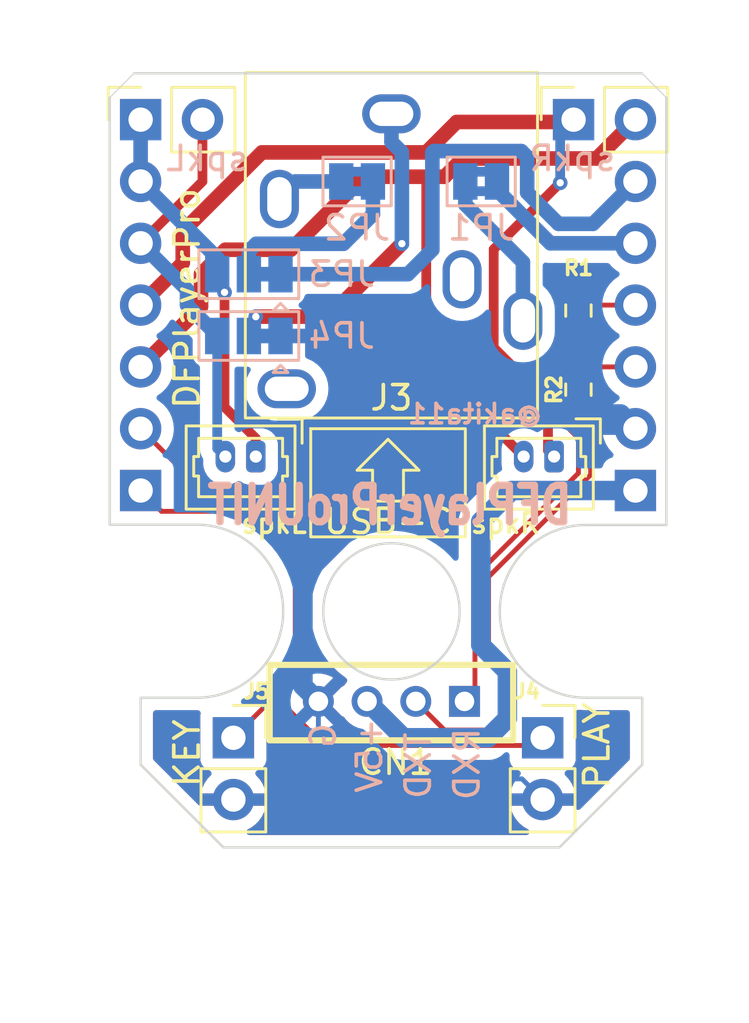
<source format=kicad_pcb>
(kicad_pcb (version 20211014) (generator pcbnew)
  (layers (0 "F.Cu" signal) (31 "B.Cu" signal) (34 "B.Paste" user) (35 "F.Paste" user) (36 "B.SilkS" user "B.Silkscreen") (37 "F.SilkS" user "F.Silkscreen") (38 "B.Mask" user) (39 "F.Mask" user) (44 "Edge.Cuts" user))
  (net 0 "")
  (net 1 "+5V")
  (net 2 "GND")
  (net 3 "/TXO")
  (net 4 "/RXI")
  (net 5 "/DACR")
  (net 6 "/DACL")
  (net 7 "/KEY")
  (net 8 "/PLAY")
  (net 9 "/R+")
  (net 10 "/L-")
  (net 11 "/L+")
  (net 14 "/R-")
  (net 15 "Net-(CN1-Pad1)")
  (net 16 "Net-(J3-PadS)")
  (net 17 "Net-(J3-PadT)")
  (net 18 "Net-(JP2-Pad1)")
  (net 19 "Net-(CN1-Pad2)")
  (net 20 "Net-(JP4-Pad2)")
  (footprint "Connector_PinSocket_2.54mm:PinSocket_1x02_P2.54mm_Vertical" (layer "F.Cu") (at 17.78 27.305)
    (fp_text reference "J4" (at -0.635 -1.905) (layer "F.SilkS") (effects (font (size 0.6 0.6))))
    (fp_text value "Conn_01x02")
    (fp_line (start 1.33 1.27) (end 1.33 3.87) (layer "F.SilkS") (width 0.12))
    (fp_line (start 1.33 -1.33) (end 1.33 0) (layer "F.SilkS") (width 0.12))
    (fp_line (start -1.33 1.27) (end -1.33 3.87) (layer "F.SilkS") (width 0.12))
    (fp_line (start 0 -1.33) (end 1.33 -1.33) (layer "F.SilkS") (width 0.12))
    (fp_line (start -1.33 3.87) (end 1.33 3.87) (layer "F.SilkS") (width 0.12))
    (fp_line (start -1.33 1.27) (end 1.33 1.27) (layer "F.SilkS") (width 0.12))
    (pad "1" thru_hole rect locked (at 0 0) (size 1.7 1.7) (drill 1) (layers *.Cu *.Mask) (net 8 "/PLAY"))
    (pad "2" thru_hole oval locked (at 0 2.54) (size 1.7 1.7) (drill 1) (layers *.Cu *.Mask) (net 2 "GND"))
  )
  (footprint "Connector_Molex:Molex_PicoBlade_53047-0210_1x02_P1.25mm_Vertical" (layer "F.Cu") (at 18.25 15.75 180)
    (fp_text reference "J9" hide)
    (fp_text value "Conn_01x02")
    (fp_line (start 2.35 0.75) (end 2.35 0) (layer "F.SilkS") (width 0.12))
    (fp_line (start -1.3 0) (end -1.3 -0.8) (layer "F.SilkS") (width 0.12))
    (fp_line (start 0.625 0.75) (end 2.35 0.75) (layer "F.SilkS") (width 0.12))
    (fp_line (start -1.1 0.75) (end -1.1 0) (layer "F.SilkS") (width 0.12))
    (fp_line (start -1.9 1.55) (end -0.9 1.55) (layer "F.SilkS") (width 0.12))
    (fp_line (start 2.35 0) (end 2.55 0) (layer "F.SilkS") (width 0.12))
    (fp_line (start 0.625 0.75) (end -1.1 0.75) (layer "F.SilkS") (width 0.12))
    (fp_line (start -1.1 0) (end -1.3 0) (layer "F.SilkS") (width 0.12))
    (fp_line (start -1.61 -2.16) (end -1.61 1.26) (layer "F.SilkS") (width 0.12))
    (fp_line (start -1.1 -1.65) (end 0.625 -1.65) (layer "F.SilkS") (width 0.12))
    (fp_line (start -1.3 -0.8) (end -1.1 -0.8) (layer "F.SilkS") (width 0.12))
    (fp_line (start 2.86 1.26) (end 2.86 -2.16) (layer "F.SilkS") (width 0.12))
    (fp_line (start -1.61 1.26) (end 2.86 1.26) (layer "F.SilkS") (width 0.12))
    (fp_line (start 2.35 -1.65) (end 0.625 -1.65) (layer "F.SilkS") (width 0.12))
    (fp_line (start 2.86 -2.16) (end -1.61 -2.16) (layer "F.SilkS") (width 0.12))
    (fp_line (start -1.9 1.55) (end -1.9 0.55) (layer "F.SilkS") (width 0.12))
    (fp_line (start 2.35 -0.8) (end 2.35 -1.65) (layer "F.SilkS") (width 0.12))
    (fp_line (start 2.55 -0.8) (end 2.35 -0.8) (layer "F.SilkS") (width 0.12))
    (fp_line (start 2.55 0) (end 2.55 -0.8) (layer "F.SilkS") (width 0.12))
    (fp_line (start -1.1 -0.8) (end -1.1 -1.65) (layer "F.SilkS") (width 0.12))
    (pad "1" thru_hole roundrect (at 0 0 180) (size 0.8 1.3) (drill 0.5) (layers *.Cu *.Mask) (net 9 "/R+"))
    (pad "2" thru_hole oval (at 1.25 0 180) (size 0.8 1.3) (drill 0.5) (layers *.Cu *.Mask) (net 14 "/R-"))
  )
  (footprint "Connector_PinSocket_2.54mm:PinSocket_1x06_P2.54mm_Vertical" (layer "F.Cu") (at 1.27 17.145 180)
    (fp_text reference "J2" hide)
    (fp_text value "Conn_01x06")
    (pad "1" thru_hole rect (at 0 0 180) (size 1.7 1.7) (drill 1) (layers *.Cu *.Mask) (net 7 "/KEY"))
    (pad "2" thru_hole oval (at 0 2.54 180) (size 1.7 1.7) (drill 1) (layers *.Cu *.Mask) (net 8 "/PLAY"))
    (pad "3" thru_hole oval (at 0 5.08 180) (size 1.7 1.7) (drill 1) (layers *.Cu *.Mask) (net 14 "/R-"))
    (pad "4" thru_hole oval (at 0 7.62 180) (size 1.7 1.7) (drill 1) (layers *.Cu *.Mask) (net 9 "/R+"))
    (pad "5" thru_hole oval (at 0 10.16 180) (size 1.7 1.7) (drill 1) (layers *.Cu *.Mask) (net 10 "/L-"))
    (pad "6" thru_hole oval (at 0 12.7 180) (size 1.7 1.7) (drill 1) (layers *.Cu *.Mask) (net 11 "/L+"))
  )
  (footprint "akita:CON_GROVE_H" (layer "F.Cu") (at 11.57 25.81 180)
    (fp_text reference "CN1" (at -1.765 -3.0825) (layer "F.SilkS") (effects (justify right bottom)))
    (fp_text value "CON_GROVE")
    (fp_line (start -5 -1.6) (end -5 1.5) (layer "F.SilkS") (width 0.254))
    (fp_line (start 5 1.5) (end 5 -1.6) (layer "F.SilkS") (width 0.254))
    (fp_line (start -5 -1) (end -5 1) (layer "F.SilkS") (width 0.127))
    (fp_line (start -5 1.5) (end 5 1.5) (layer "F.SilkS") (width 0.254))
    (fp_line (start -5 -1.6) (end 5 -1.6) (layer "F.SilkS") (width 0.254))
    (pad "1" thru_hole rect (at -3 0 180) (size 1.27 1.27) (drill 0.8) (layers *.Cu *.Mask) (net 15 "Net-(CN1-Pad1)"))
    (pad "2" thru_hole circle (at -1 0 180) (size 1.27 1.27) (drill 0.8) (layers *.Cu *.Mask) (net 19 "Net-(CN1-Pad2)"))
    (pad "3" thru_hole circle (at 1 0 180) (size 1.27 1.27) (drill 0.8) (layers *.Cu *.Mask) (net 1 "+5V"))
    (pad "4" thru_hole circle (at 3 0 180) (size 1.27 1.27) (drill 0.8) (layers *.Cu *.Mask) (net 2 "GND"))
  )
  (footprint "Connector_PinSocket_2.54mm:PinSocket_1x02_P2.54mm_Vertical" (layer "F.Cu") (at 1.27 1.905 90)
    (fp_text reference "J6" hide)
    (fp_text value "Conn_01x02")
    (fp_line (start 1.33 1.27) (end 1.33 3.87) (layer "F.SilkS") (width 0.12))
    (fp_line (start -1.33 3.87) (end 1.33 3.87) (layer "F.SilkS") (width 0.12))
    (fp_line (start -1.33 1.27) (end -1.33 3.87) (layer "F.SilkS") (width 0.12))
    (fp_line (start -1.33 1.27) (end 1.33 1.27) (layer "F.SilkS") (width 0.12))
    (fp_line (start 1.33 -1.33) (end 1.33 0) (layer "F.SilkS") (width 0.12))
    (fp_line (start 0 -1.33) (end 1.33 -1.33) (layer "F.SilkS") (width 0.12))
    (pad "1" thru_hole rect locked (at 0 0 90) (size 1.7 1.7) (drill 1) (layers *.Cu *.Mask) (net 11 "/L+"))
    (pad "2" thru_hole oval locked (at 0 2.54 90) (size 1.7 1.7) (drill 1) (layers *.Cu *.Mask) (net 10 "/L-"))
  )
  (footprint "akita:CON_AJ-1780" (layer "F.Cu") (at 11.57 7.065 -90)
    (fp_text reference "J3" (at 6.27 0 unlocked) (layer "F.SilkS"))
    (fp_text value "AudioJack2_Ground_Switch")
    (fp_rect (start -7.1 -6) (end 7.1 6) (layer "F.SilkS") (width 0.12) (fill none))
    (pad "G" thru_hole oval (at -5.4 0) (size 2.4 1.6) (drill oval 1.8 1) (layers *.Cu *.Mask) (net 20 "Net-(JP4-Pad2)"))
    (pad "S" thru_hole oval (at 3.1 -5.4 270) (size 2.4 1.6) (drill oval 1.8 1) (layers *.Cu *.Mask) (net 16 "Net-(J3-PadS)"))
    (pad "SN" thru_hole oval (at 1.4 -2.9 270) (size 2.4 1.6) (drill oval 1.8 1) (layers *.Cu *.Mask))
    (pad "T" thru_hole oval (at -1.9 4.6 270) (size 2.4 1.6) (drill oval 1.8 1) (layers *.Cu *.Mask) (net 17 "Net-(J3-PadT)"))
    (pad "TN" thru_hole oval (at 5.9 4.3 180) (size 2.4 1.6) (drill oval 1.8 1) (layers *.Cu *.Mask))
  )
  (footprint "Resistor_SMD:R_0603_1608Metric" (layer "F.Cu") (at 19.25 9.75 90)
    (fp_text reference "R1" (at 1.75 0 180) (layer "F.SilkS") (effects (font (size 0.6 0.6))))
    (fp_text value "1k")
    (fp_line (start -0.237258 0.5225) (end 0.237258 0.5225) (layer "F.SilkS") (width 0.12))
    (fp_line (start -0.237258 -0.5225) (end 0.237258 -0.5225) (layer "F.SilkS") (width 0.12))
    (pad "1" smd roundrect (at -0.825 0 90) (size 0.8 0.95) (layers "F.Cu" "F.Paste" "F.Mask") (net 15 "Net-(CN1-Pad1)"))
    (pad "2" smd roundrect (at 0.825 0 90) (size 0.8 0.95) (layers "F.Cu" "F.Paste" "F.Mask") (net 3 "/TXO"))
  )
  (footprint "Connector_PinSocket_2.54mm:PinSocket_1x06_P2.54mm_Vertical" (layer "F.Cu") (at 21.59 17.145 180)
    (fp_text reference "J1" hide)
    (fp_text value "Conn_01x06")
    (pad "1" thru_hole rect (at 0 0 180) (size 1.7 1.7) (drill 1) (layers *.Cu *.Mask) (net 1 "+5V"))
    (pad "2" thru_hole oval (at 0 2.54 180) (size 1.7 1.7) (drill 1) (layers *.Cu *.Mask) (net 2 "GND"))
    (pad "3" thru_hole oval (at 0 5.08 180) (size 1.7 1.7) (drill 1) (layers *.Cu *.Mask) (net 4 "/RXI"))
    (pad "4" thru_hole oval (at 0 7.62 180) (size 1.7 1.7) (drill 1) (layers *.Cu *.Mask) (net 3 "/TXO"))
    (pad "5" thru_hole oval (at 0 10.16 180) (size 1.7 1.7) (drill 1) (layers *.Cu *.Mask) (net 5 "/DACR"))
    (pad "6" thru_hole oval (at 0 12.7 180) (size 1.7 1.7) (drill 1) (layers *.Cu *.Mask) (net 6 "/DACL"))
  )
  (footprint "Connector_PinSocket_2.54mm:PinSocket_1x02_P2.54mm_Vertical" (layer "F.Cu") (at 5.08 27.305)
    (fp_text reference "J5" (at 0.9525 -1.905) (layer "F.SilkS") (effects (font (size 0.6 0.6))))
    (fp_text value "Conn_01x02")
    (fp_line (start -1.33 1.27) (end 1.33 1.27) (layer "F.SilkS") (width 0.12))
    (fp_line (start 1.33 1.27) (end 1.33 3.87) (layer "F.SilkS") (width 0.12))
    (fp_line (start 1.33 -1.33) (end 1.33 0) (layer "F.SilkS") (width 0.12))
    (fp_line (start 0 -1.33) (end 1.33 -1.33) (layer "F.SilkS") (width 0.12))
    (fp_line (start -1.33 1.27) (end -1.33 3.87) (layer "F.SilkS") (width 0.12))
    (fp_line (start -1.33 3.87) (end 1.33 3.87) (layer "F.SilkS") (width 0.12))
    (pad "1" thru_hole rect locked (at 0 0) (size 1.7 1.7) (drill 1) (layers *.Cu *.Mask) (net 7 "/KEY"))
    (pad "2" thru_hole oval locked (at 0 2.54) (size 1.7 1.7) (drill 1) (layers *.Cu *.Mask) (net 2 "GND"))
  )
  (footprint "Resistor_SMD:R_0603_1608Metric" (layer "F.Cu") (at 19.25 13 90)
    (fp_text reference "R2" (at 0 -1 270) (layer "F.SilkS") (effects (font (size 0.6 0.6))))
    (fp_text value "1k")
    (fp_line (start -0.237258 0.5225) (end 0.237258 0.5225) (layer "F.SilkS") (width 0.12))
    (fp_line (start -0.237258 -0.5225) (end 0.237258 -0.5225) (layer "F.SilkS") (width 0.12))
    (pad "1" smd roundrect (at -0.825 0 90) (size 0.8 0.95) (layers "F.Cu" "F.Paste" "F.Mask") (net 19 "Net-(CN1-Pad2)"))
    (pad "2" smd roundrect (at 0.825 0 90) (size 0.8 0.95) (layers "F.Cu" "F.Paste" "F.Mask") (net 4 "/RXI"))
  )
  (footprint "Connector_PinSocket_2.54mm:PinSocket_1x02_P2.54mm_Vertical" (layer "F.Cu") (at 19.05 1.905 90)
    (fp_text reference "J7" hide)
    (fp_text value "Conn_01x02")
    (fp_line (start -1.33 1.27) (end -1.33 3.87) (layer "F.SilkS") (width 0.12))
    (fp_line (start 1.33 -1.33) (end 1.33 0) (layer "F.SilkS") (width 0.12))
    (fp_line (start 0 -1.33) (end 1.33 -1.33) (layer "F.SilkS") (width 0.12))
    (fp_line (start 1.33 1.27) (end 1.33 3.87) (layer "F.SilkS") (width 0.12))
    (fp_line (start -1.33 1.27) (end 1.33 1.27) (layer "F.SilkS") (width 0.12))
    (fp_line (start -1.33 3.87) (end 1.33 3.87) (layer "F.SilkS") (width 0.12))
    (pad "1" thru_hole rect locked (at 0 0 90) (size 1.7 1.7) (drill 1) (layers *.Cu *.Mask) (net 9 "/R+"))
    (pad "2" thru_hole oval locked (at 0 2.54 90) (size 1.7 1.7) (drill 1) (layers *.Cu *.Mask) (net 14 "/R-"))
  )
  (footprint "Connector_Molex:Molex_PicoBlade_53047-0210_1x02_P1.25mm_Vertical" (layer "F.Cu") (at 6 15.75 180)
    (fp_text reference "J8" hide)
    (fp_text value "Conn_01x02")
    (fp_line (start -1.9 1.55) (end -1.9 0.55) (layer "F.SilkS") (width 0.12))
    (fp_line (start -1.3 -0.8) (end -1.1 -0.8) (layer "F.SilkS") (width 0.12))
    (fp_line (start 0.625 0.75) (end -1.1 0.75) (layer "F.SilkS") (width 0.12))
    (fp_line (start -1.1 -1.65) (end 0.625 -1.65) (layer "F.SilkS") (width 0.12))
    (fp_line (start 2.35 -1.65) (end 0.625 -1.65) (layer "F.SilkS") (width 0.12))
    (fp_line (start 2.86 -2.16) (end -1.61 -2.16) (layer "F.SilkS") (width 0.12))
    (fp_line (start 2.35 0) (end 2.55 0) (layer "F.SilkS") (width 0.12))
    (fp_line (start 0.625 0.75) (end 2.35 0.75) (layer "F.SilkS") (width 0.12))
    (fp_line (start 2.55 0) (end 2.55 -0.8) (layer "F.SilkS") (width 0.12))
    (fp_line (start -1.1 -0.8) (end -1.1 -1.65) (layer "F.SilkS") (width 0.12))
    (fp_line (start -1.3 0) (end -1.3 -0.8) (layer "F.SilkS") (width 0.12))
    (fp_line (start 2.55 -0.8) (end 2.35 -0.8) (layer "F.SilkS") (width 0.12))
    (fp_line (start -1.61 1.26) (end 2.86 1.26) (layer "F.SilkS") (width 0.12))
    (fp_line (start -1.61 -2.16) (end -1.61 1.26) (layer "F.SilkS") (width 0.12))
    (fp_line (start 2.35 0.75) (end 2.35 0) (layer "F.SilkS") (width 0.12))
    (fp_line (start -1.9 1.55) (end -0.9 1.55) (layer "F.SilkS") (width 0.12))
    (fp_line (start 2.35 -0.8) (end 2.35 -1.65) (layer "F.SilkS") (width 0.12))
    (fp_line (start -1.1 0.75) (end -1.1 0) (layer "F.SilkS") (width 0.12))
    (fp_line (start -1.1 0) (end -1.3 0) (layer "F.SilkS") (width 0.12))
    (fp_line (start 2.86 1.26) (end 2.86 -2.16) (layer "F.SilkS") (width 0.12))
    (pad "1" thru_hole roundrect (at 0 0 180) (size 0.8 1.3) (drill 0.5) (layers *.Cu *.Mask) (net 11 "/L+"))
    (pad "2" thru_hole oval (at 1.25 0 180) (size 0.8 1.3) (drill 0.5) (layers *.Cu *.Mask) (net 10 "/L-"))
  )
  (footprint "Jumper:SolderJumper-2_P1.3mm_Bridged2Bar_Pad1.0x1.5mm" (layer "B.Cu") (at 10.16 4.445 180)
    (fp_text reference "JP2" (at 0 -1.905) (layer "B.SilkS") (effects (justify mirror)))
    (fp_text value "Jumper_2_Bridged")
    (fp_poly (pts (xy -0.25 -0.2) (xy 0.25 -0.2) (xy 0.25 -0.6) (xy -0.25 -0.6)) (layer "B.Cu") (width 0) (fill solid))
    (fp_poly (pts (xy -0.25 0.6) (xy 0.25 0.6) (xy 0.25 0.2) (xy -0.25 0.2)) (layer "B.Cu") (width 0) (fill solid))
    (fp_line (start -1.4 1) (end 1.4 1) (layer "B.SilkS") (width 0.12))
    (fp_line (start -1.4 -1) (end -1.4 1) (layer "B.SilkS") (width 0.12))
    (fp_line (start 1.4 -1) (end -1.4 -1) (layer "B.SilkS") (width 0.12))
    (fp_line (start 1.4 1) (end 1.4 -1) (layer "B.SilkS") (width 0.12))
    (pad "1" smd rect locked (at -0.65 0 180) (size 1 1.5) (layers "B.Cu" "B.Mask") (net 18 "Net-(JP2-Pad1)"))
    (pad "2" smd rect locked (at 0.65 0 180) (size 1 1.5) (layers "B.Cu" "B.Mask") (net 17 "Net-(J3-PadT)"))
  )
  (footprint "Jumper:SolderJumper-3_P1.3mm_Bridged12_Pad1.0x1.5mm" (layer "B.Cu") (at 5.715 8.255 180)
    (fp_text reference "JP3" (at -3.81 0) (layer "B.SilkS") (effects (justify mirror)))
    (fp_text value "SolderJumper_3_Bridged12")
    (fp_poly (pts (xy -0.9 0.3) (xy -0.4 0.3) (xy -0.4 -0.3) (xy -0.9 -0.3)) (layer "B.Cu") (width 0) (fill solid))
    (fp_line (start 2.05 -1) (end -2.05 -1) (layer "B.SilkS") (width 0.12))
    (fp_line (start -1.3 -1.2) (end -1.6 -1.5) (layer "B.SilkS") (width 0.12))
    (fp_line (start -2.05 1) (end 2.05 1) (layer "B.SilkS") (width 0.12))
    (fp_line (start -1.3 -1.2) (end -1 -1.5) (layer "B.SilkS") (width 0.12))
    (fp_line (start -1.6 -1.5) (end -1 -1.5) (layer "B.SilkS") (width 0.12))
    (fp_line (start 2.05 1) (end 2.05 -1) (layer "B.SilkS") (width 0.12))
    (fp_line (start -2.05 -1) (end -2.05 1) (layer "B.SilkS") (width 0.12))
    (pad "1" smd rect locked (at -1.3 0 180) (size 1 1.5) (layers "B.Cu" "B.Mask") (net 6 "/DACL"))
    (pad "2" smd rect locked (at 0 0 180) (size 1 1.5) (layers "B.Cu" "B.Mask") (net 18 "Net-(JP2-Pad1)"))
    (pad "3" smd rect locked (at 1.3 0 180) (size 1 1.5) (layers "B.Cu" "B.Mask") (net 11 "/L+"))
  )
  (footprint "Jumper:SolderJumper-2_P1.3mm_Bridged2Bar_Pad1.0x1.5mm" (layer "B.Cu") (at 15.255 4.445 180)
    (fp_text reference "JP1" (at 0 -1.905) (layer "B.SilkS") (effects (justify mirror)))
    (fp_text value "Jumper_2_Bridged")
    (fp_poly (pts (xy -0.25 0.6) (xy 0.25 0.6) (xy 0.25 0.2) (xy -0.25 0.2)) (layer "B.Cu") (width 0) (fill solid))
    (fp_poly (pts (xy -0.25 -0.2) (xy 0.25 -0.2) (xy 0.25 -0.6) (xy -0.25 -0.6)) (layer "B.Cu") (width 0) (fill solid))
    (fp_line (start -1.4 1) (end 1.4 1) (layer "B.SilkS") (width 0.12))
    (fp_line (start 1.4 1) (end 1.4 -1) (layer "B.SilkS") (width 0.12))
    (fp_line (start 1.4 -1) (end -1.4 -1) (layer "B.SilkS") (width 0.12))
    (fp_line (start -1.4 -1) (end -1.4 1) (layer "B.SilkS") (width 0.12))
    (pad "1" smd rect locked (at -0.65 0 180) (size 1 1.5) (layers "B.Cu" "B.Mask") (net 5 "/DACR"))
    (pad "2" smd rect locked (at 0.65 0 180) (size 1 1.5) (layers "B.Cu" "B.Mask") (net 16 "Net-(J3-PadS)"))
  )
  (footprint "Jumper:SolderJumper-3_P1.3mm_Bridged12_Pad1.0x1.5mm" (layer "B.Cu") (at 5.715 10.795 180)
    (fp_text reference "JP4" (at -3.81 0) (layer "B.SilkS") (effects (justify mirror)))
    (fp_text value "SolderJumper_3_Bridged12")
    (fp_poly (pts (xy -0.9 0.3) (xy -0.4 0.3) (xy -0.4 -0.3) (xy -0.9 -0.3)) (layer "B.Cu") (width 0) (fill solid))
    (fp_line (start 2.05 1) (end 2.05 -1) (layer "B.SilkS") (width 0.12))
    (fp_line (start -2.05 1) (end 2.05 1) (layer "B.SilkS") (width 0.12))
    (fp_line (start -1.3 -1.2) (end -1 -1.5) (layer "B.SilkS") (width 0.12))
    (fp_line (start -1.3 -1.2) (end -1.6 -1.5) (layer "B.SilkS") (width 0.12))
    (fp_line (start -1.6 -1.5) (end -1 -1.5) (layer "B.SilkS") (width 0.12))
    (fp_line (start 2.05 -1) (end -2.05 -1) (layer "B.SilkS") (width 0.12))
    (fp_line (start -2.05 -1) (end -2.05 1) (layer "B.SilkS") (width 0.12))
    (pad "1" smd rect locked (at -1.3 0 180) (size 1 1.5) (layers "B.Cu" "B.Mask") (net 2 "GND"))
    (pad "2" smd rect locked (at 0 0 180) (size 1 1.5) (layers "B.Cu" "B.Mask") (net 20 "Net-(JP4-Pad2)"))
    (pad "3" smd rect locked (at 1.3 0 180) (size 1 1.5) (layers "B.Cu" "B.Mask") (net 10 "/L-"))
  )
  (gr_line (start 12.7 16.31) (end 12.065 16.31) (layer "F.SilkS") (width 0.12))
  (gr_line (start 12.065 17.58) (end 12.065 16.31) (layer "F.SilkS") (width 0.12))
  (gr_line (start 10.795 17.58) (end 12.065 17.58) (layer "F.SilkS") (width 0.12))
  (gr_line (start 10.795 16.31) (end 10.16 16.31) (layer "F.SilkS") (width 0.12))
  (gr_line (start 10.795 16.31) (end 10.795 17.58) (layer "F.SilkS") (width 0.12))
  (gr_line (start 10.16 16.31) (end 11.43 15.04) (layer "F.SilkS") (width 0.12))
  (gr_line (start 11.43 15.04) (end 12.7 16.31) (layer "F.SilkS") (width 0.12))
  (gr_rect (start 8.255 14.605) (end 14.605 19.05) (layer "F.SilkS") (width 0.12) (fill none))
  (gr_line (start 1.27 28.41) (end 1.27 25.66) (layer "Edge.Cuts") (width 0.1))
  (gr_line (start 0 18.55) (end 3.57 18.55) (layer "Edge.Cuts") (width 0.1))
  (gr_line (start 21.87 25.66) (end 21.87 28.41) (layer "Edge.Cuts") (width 0.1))
  (gr_line (start 1 0) (end 21.86 0) (layer "Edge.Cuts") (width 0.1))
  (gr_line (start 0 18.55) (end 0 1) (layer "Edge.Cuts") (width 0.1))
  (gr_line (start 1.27 28.41) (end 4.67 31.81) (layer "Edge.Cuts") (width 0.1))
  (gr_line (start 4.67 31.81) (end 18.47 31.81) (layer "Edge.Cuts") (width 0.1))
  (gr_arc (start 3.57 18.55) (mid 7.125 22.105) (end 3.57 25.66) (layer "Edge.Cuts") (width 0.1))
  (gr_line (start 1.27 25.66) (end 3.57 25.66) (layer "Edge.Cuts") (width 0.1))
  (gr_circle (center 11.57 22.11) (end 14.37 22.11) (layer "Edge.Cuts") (width 0.1) (fill none))
  (gr_line (start 19.57 25.66) (end 21.87 25.66) (layer "Edge.Cuts") (width 0.1))
  (gr_line (start 0 1) (end 1 0) (layer "Edge.Cuts") (width 0.05))
  (gr_line (start 19.57 18.56) (end 22.86 18.56) (layer "Edge.Cuts") (width 0.1))
  (gr_line (start 22.86 18.57) (end 22.86 1) (layer "Edge.Cuts") (width 0.1))
  (gr_line (start 18.47 31.81) (end 21.87 28.41) (layer "Edge.Cuts") (width 0.1))
  (gr_arc (start 19.57 25.66) (mid 16.02 22.11) (end 19.57 18.56) (layer "Edge.Cuts") (width 0.1))
  (gr_line (start 22.86 1) (end 21.86 0) (layer "Edge.Cuts") (width 0.05))
  (gr_text "G" (at 8.77 26.61 90) (layer "B.SilkS") (effects (font (size 1 1)) (justify left mirror)))
  (gr_text "TXD" (at 12.67 27 90) (layer "B.SilkS") (effects (font (size 1 1)) (justify left mirror)))
  (gr_text "DFPlayerProUNIT" (at 11.5 17.75) (layer "B.SilkS") (effects (font (size 1.5 1.2) (thickness 0.3)) (justify mirror)))
  (gr_text "@akita11" (at 15 14) (layer "B.SilkS") (effects (font (size 0.8 0.8)) (justify mirror)))
  (gr_text "+5V" (at 10.67 26.41 90) (layer "B.SilkS") (effects (font (size 1 1)) (justify left mirror)))
  (gr_text "spkL" (at 4 3.5) (layer "B.SilkS") (effects (font (size 1 1)) (justify mirror)))
  (gr_text "RXD" (at 14.67 26.81 90) (layer "B.SilkS") (effects (font (size 1 1)) (justify left mirror)))
  (gr_text "spkR" (at 19 3.5) (layer "B.SilkS") (effects (font (size 1 1)) (justify mirror)))
  (gr_text "KEY\n" (at 3.175 27.94 90) (layer "F.SilkS") (effects (font (size 1 1))))
  (gr_text "spkR" (at 16.25 18.5) (layer "F.SilkS") (effects (font (size 0.8 0.8))))
  (gr_text "DFPlayerPro" (at 3.175 9.25 90) (layer "F.SilkS") (effects (font (size 1 1))))
  (gr_text "PLAY" (at 20.0025 27.6225 90) (layer "F.SilkS") (effects (font (size 1 1))))
  (gr_text "USB-C" (at 11.43 18.415) (layer "F.SilkS") (effects (font (size 1 1))))
  (gr_text "spkL" (at 6.75 18.5) (layer "F.SilkS") (effects (font (size 0.8 0.8))))
  (segment (start 16.51 17.145) (end 21.59 17.145) (width 0.8) (layer "B.Cu") (net 1))
  (segment (start 15.24 23.495) (end 15.24 18.415) (width 0.8) (layer "B.Cu") (net 1))
  (segment (start 12.065 27.305) (end 15.544022 27.305) (width 0.8) (layer "B.Cu") (net 1))
  (segment (start 10.57 25.81) (end 12.065 27.305) (width 0.8) (layer "B.Cu") (net 1))
  (segment (start 15.24 18.415) (end 16.51 17.145) (width 0.8) (layer "B.Cu") (net 1))
  (segment (start 16.330489 26.518533) (end 16.330489 24.585489) (width 0.8) (layer "B.Cu") (net 1))
  (segment (start 16.330489 24.585489) (end 15.24 23.495) (width 0.8) (layer "B.Cu") (net 1))
  (segment (start 15.544022 27.305) (end 16.330489 26.518533) (width 0.8) (layer "B.Cu") (net 1))
  (segment (start 17.78 29.845) (end 16.93 28.995) (width 0.2) (layer "B.Cu") (net 2))
  (segment (start 11.755 28.995) (end 8.57 25.81) (width 0.2) (layer "B.Cu") (net 2))
  (segment (start 8.57 27.9425) (end 8.57 25.81) (width 0.2) (layer "B.Cu") (net 2))
  (segment (start 7.935 25.175) (end 7.935 20.64) (width 0.8) (layer "B.Cu") (net 2))
  (segment (start 16.93 28.995) (end 11.755 28.995) (width 0.2) (layer "B.Cu") (net 2))
  (segment (start 14.575 14) (end 20.985 14) (width 0.8) (layer "B.Cu") (net 2))
  (segment (start 7.015 10.795) (end 10.16 10.795) (width 0.6) (layer "B.Cu") (net 2))
  (segment (start 8.57 25.81) (end 7.935 25.175) (width 0.8) (layer "B.Cu") (net 2))
  (segment (start 7.935 20.64) (end 13.97 14.605) (width 0.8) (layer "B.Cu") (net 2))
  (segment (start 6.6675 29.845) (end 8.57 27.9425) (width 0.2) (layer "B.Cu") (net 2))
  (segment (start 13.97 14.605) (end 14.575 14) (width 0.8) (layer "B.Cu") (net 2))
  (segment (start 20.985 14) (end 21.59 14.605) (width 0.8) (layer "B.Cu") (net 2))
  (segment (start 5.08 29.845) (end 6.6675 29.845) (width 0.2) (layer "B.Cu") (net 2))
  (segment (start 10.16 10.795) (end 13.97 14.605) (width 0.6) (layer "B.Cu") (net 2))
  (segment (start 19.25 8.925) (end 19.85 9.525) (width 0.2) (layer "F.Cu") (net 3))
  (segment (start 19.85 9.525) (end 21.59 9.525) (width 0.2) (layer "F.Cu") (net 3))
  (segment (start 19.25 12.175) (end 19.36 12.065) (width 0.2) (layer "F.Cu") (net 4))
  (segment (start 19.36 12.065) (end 21.59 12.065) (width 0.2) (layer "F.Cu") (net 4))
  (segment (start 18.0975 6.985) (end 15.875 4.7625) (width 0.6) (layer "B.Cu") (net 5))
  (segment (start 15.875 4.7625) (end 15.875 4.445) (width 0.6) (layer "B.Cu") (net 5))
  (segment (start 21.59 6.985) (end 18.0975 6.985) (width 0.6) (layer "B.Cu") (net 5))
  (segment (start 18.428672 6.18548) (end 17.145 4.901808) (width 0.6) (layer "B.Cu") (net 6))
  (segment (start 17.145 4.901808) (end 17.145 3.435978) (width 0.6) (layer "B.Cu") (net 6))
  (segment (start 13.25 3.26) (end 13.25 7.25) (width 0.6) (layer "B.Cu") (net 6))
  (segment (start 21.59 4.445) (end 19.84952 6.18548) (width 0.6) (layer "B.Cu") (net 6))
  (segment (start 13.25 7.25) (end 12.245 8.255) (width 0.6) (layer "B.Cu") (net 6))
  (segment (start 17.145 3.435978) (end 16.904511 3.195489) (width 0.6) (layer "B.Cu") (net 6))
  (segment (start 13.314511 3.195489) (end 13.25 3.26) (width 0.6) (layer "B.Cu") (net 6))
  (segment (start 19.84952 6.18548) (end 18.428672 6.18548) (width 0.6) (layer "B.Cu") (net 6))
  (segment (start 16.904511 3.195489) (end 13.314511 3.195489) (width 0.6) (layer "B.Cu") (net 6))
  (segment (start 12.245 8.255) (end 6.985 8.255) (width 0.6) (layer "B.Cu") (net 6))
  (segment (start 7.62 24.28807) (end 7.62 19.87) (width 0.2) (layer "F.Cu") (net 7))
  (segment (start 5.08 27.305) (end 6.5 25.885) (width 0.2) (layer "F.Cu") (net 7))
  (segment (start 7.62 19.87) (end 5.75 18) (width 0.2) (layer "F.Cu") (net 7))
  (segment (start 2.125 18) (end 1.27 17.145) (width 0.2) (layer "F.Cu") (net 7))
  (segment (start 5.75 18) (end 2.125 18) (width 0.2) (layer "F.Cu") (net 7))
  (segment (start 6.5 25.885) (end 6.5 25.40807) (width 0.2) (layer "F.Cu") (net 7))
  (segment (start 6.5 25.40807) (end 7.62 24.28807) (width 0.2) (layer "F.Cu") (net 7))
  (segment (start 17.78 27.305) (end 17.4625 27.6225) (width 0.2) (layer "F.Cu") (net 8))
  (segment (start 8.02 19.02) (end 6 17) (width 0.2) (layer "F.Cu") (net 8))
  (segment (start 6 17) (end 3.665 17) (width 0.2) (layer "F.Cu") (net 8))
  (segment (start 7.3025 26.1083) (end 7.3025 25.171256) (width 0.2) (layer "F.Cu") (net 8))
  (segment (start 8.8167 27.6225) (end 7.3025 26.1083) (width 0.2) (layer "F.Cu") (net 8))
  (segment (start 8.02 24.453756) (end 8.02 19.02) (width 0.2) (layer "F.Cu") (net 8))
  (segment (start 3.665 17) (end 1.27 14.605) (width 0.2) (layer "F.Cu") (net 8))
  (segment (start 17.4625 27.6225) (end 8.8167 27.6225) (width 0.2) (layer "F.Cu") (net 8))
  (segment (start 7.3025 25.171256) (end 8.02 24.453756) (width 0.2) (layer "F.Cu") (net 8))
  (segment (start 1.27 9.525) (end 3 7.795) (width 0.6) (layer "F.Cu") (net 9))
  (segment (start 18 15.5) (end 18 14.464214) (width 0.4) (layer "F.Cu") (net 9))
  (segment (start 18.955 2) (end 19.05 1.905) (width 0.6) (layer "F.Cu") (net 9))
  (segment (start 14.25 2) (end 18.955 2) (width 0.6) (layer "F.Cu") (net 9))
  (segment (start 13 3.25) (end 14.25 2) (width 0.6) (layer "F.Cu") (net 9))
  (segment (start 15.77 11.27) (end 15.77 7.23) (width 0.4) (layer "F.Cu") (net 9))
  (segment (start 18 14.464214) (end 17.975 14.439214) (width 0.4) (layer "F.Cu") (net 9))
  (segment (start 18.25 15.75) (end 18 15.5) (width 0.4) (layer "F.Cu") (net 9))
  (segment (start 17.975 14.439214) (end 17.975 13.475) (width 0.4) (layer "F.Cu") (net 9))
  (segment (start 6.25 3.25) (end 13 3.25) (width 0.6) (layer "F.Cu") (net 9))
  (segment (start 15.77 7.23) (end 18.5 4.5) (width 0.4) (layer "F.Cu") (net 9))
  (segment (start 3 6.5) (end 6.25 3.25) (width 0.6) (layer "F.Cu") (net 9))
  (segment (start 3 7.795) (end 3 6.5) (width 0.6) (layer "F.Cu") (net 9))
  (segment (start 17.975 13.475) (end 15.77 11.27) (width 0.4) (layer "F.Cu") (net 9))
  (via (at 18.5 4.5) (size 0.6) (drill 0.3) (layers "F.Cu" "B.Cu") (net 9))
  (segment (start 18.5 4.5) (end 18.5 2.455) (width 0.4) (layer "B.Cu") (net 9))
  (segment (start 18.5 2.455) (end 19.05 1.905) (width 0.4) (layer "B.Cu") (net 9))
  (segment (start 1.27 6.985) (end 3.81 4.445) (width 0.4) (layer "F.Cu") (net 10))
  (segment (start 3.81 4.445) (end 3.81 1.905) (width 0.4) (layer "F.Cu") (net 10))
  (segment (start 3.175 9.525) (end 3.175 8.89) (width 0.6) (layer "B.Cu") (net 10))
  (segment (start 4.415 10.795) (end 4.415 15.415) (width 0.4) (layer "B.Cu") (net 10))
  (segment (start 4.415 10.795) (end 4.415 10.765) (width 0.6) (layer "B.Cu") (net 10))
  (segment (start 4.415 15.415) (end 4.75 15.75) (width 0.4) (layer "B.Cu") (net 10))
  (segment (start 3.175 8.89) (end 1.27 6.985) (width 0.6) (layer "B.Cu") (net 10))
  (segment (start 4.415 10.765) (end 3.175 9.525) (width 0.6) (layer "B.Cu") (net 10))
  (segment (start 4.715498 9) (end 4.715498 13.715498) (width 0.4) (layer "F.Cu") (net 11))
  (segment (start 4.715498 13.715498) (end 6 15) (width 0.4) (layer "F.Cu") (net 11))
  (segment (start 6 15) (end 6 15.75) (width 0.4) (layer "F.Cu") (net 11))
  (via (at 4.715498 9) (size 0.6) (drill 0.3) (layers "F.Cu" "B.Cu") (net 11))
  (segment (start 1.27 4.445) (end 4.445 7.62) (width 0.6) (layer "B.Cu") (net 11))
  (segment (start 4.415 8.255) (end 4.415 8.699502) (width 0.4) (layer "B.Cu") (net 11))
  (segment (start 4.445 7.62) (end 4.445 8.255) (width 0.6) (layer "B.Cu") (net 11))
  (segment (start 1.27 4.445) (end 1.27 2.567728) (width 0.6) (layer "B.Cu") (net 11))
  (segment (start 1.27 2.567728) (end 1.601364 2.236364) (width 0.6) (layer "B.Cu") (net 11))
  (segment (start 4.415 8.699502) (end 4.715498 9) (width 0.4) (layer "B.Cu") (net 11))
  (segment (start 14.5 3.5) (end 19.995 3.5) (width 0.6) (layer "F.Cu") (net 14))
  (segment (start 10.435 4.25) (end 13 4.25) (width 0.6) (layer "F.Cu") (net 14))
  (segment (start 3.75 9.585) (end 3.75 8.25) (width 0.6) (layer "F.Cu") (net 14))
  (segment (start 13.75 4.25) (end 14.5 3.5) (width 0.6) (layer "F.Cu") (net 14))
  (segment (start 3.75 8.25) (end 4.75 7.25) (width 0.6) (layer "F.Cu") (net 14))
  (segment (start 7.435 7.25) (end 10.435 4.25) (width 0.6) (layer "F.Cu") (net 14))
  (segment (start 4.75 7.25) (end 7.435 7.25) (width 0.6) (layer "F.Cu") (net 14))
  (segment (start 19.995 3.5) (end 21.59 1.905) (width 0.6) (layer "F.Cu") (net 14))
  (segment (start 1.27 12.065) (end 3.75 9.585) (width 0.6) (layer "F.Cu") (net 14))
  (segment (start 13 11.75) (end 13 4.25) (width 0.4) (layer "F.Cu") (net 14))
  (segment (start 17 15.75) (end 13 11.75) (width 0.4) (layer "F.Cu") (net 14))
  (segment (start 13 4.25) (end 13.75 4.25) (width 0.6) (layer "F.Cu") (net 14))
  (segment (start 18.475 14.232107) (end 18.767893 14.525) (width 0.2) (layer "F.Cu") (net 15))
  (segment (start 15 20.678553) (end 15 25.38) (width 0.2) (layer "F.Cu") (net 15))
  (segment (start 19.25 15) (end 19.25 16.428553) (width 0.2) (layer "F.Cu") (net 15))
  (segment (start 18.775 14.525) (end 19.25 15) (width 0.2) (layer "F.Cu") (net 15))
  (segment (start 19.25 10.575) (end 18.475 11.35) (width 0.2) (layer "F.Cu") (net 15))
  (segment (start 19.25 16.428553) (end 15 20.678553) (width 0.2) (layer "F.Cu") (net 15))
  (segment (start 18.475 11.35) (end 18.475 14.232107) (width 0.2) (layer "F.Cu") (net 15))
  (segment (start 15 25.38) (end 14.57 25.81) (width 0.2) (layer "F.Cu") (net 15))
  (segment (start 18.767893 14.525) (end 18.775 14.525) (width 0.2) (layer "F.Cu") (net 15))
  (segment (start 16.97 10.165) (end 16.97 7.759022) (width 0.6) (layer "B.Cu") (net 16))
  (segment (start 16.97 7.759022) (end 14.605 5.394022) (width 0.6) (layer "B.Cu") (net 16))
  (segment (start 14.605 5.394022) (end 14.605 4.445) (width 0.6) (layer "B.Cu") (net 16))
  (segment (start 7.62 4.445) (end 6.985 5.08) (width 0.6) (layer "B.Cu") (net 17))
  (segment (start 9.51 4.445) (end 7.62 4.445) (width 0.6) (layer "B.Cu") (net 17))
  (segment (start 5.715 7.305978) (end 5.715 8.255) (width 0.6) (layer "B.Cu") (net 18))
  (segment (start 9.599511 7.005489) (end 6.015489 7.005489) (width 0.6) (layer "B.Cu") (net 18))
  (segment (start 10.81 5.795) (end 9.599511 7.005489) (width 0.6) (layer "B.Cu") (net 18))
  (segment (start 6.015489 7.005489) (end 5.715 7.305978) (width 0.6) (layer "B.Cu") (net 18))
  (segment (start 10.81 4.445) (end 10.81 5.795) (width 0.6) (layer "B.Cu") (net 18))
  (segment (start 15.5575 20.6925) (end 15.5575 23.8125) (width 0.2) (layer "F.Cu") (net 19))
  (segment (start 16.1925 24.4475) (end 16.1925 26.3525) (width 0.2) (layer "F.Cu") (net 19))
  (segment (start 15.5575 26.9875) (end 13.7475 26.9875) (width 0.2) (layer "F.Cu") (net 19))
  (segment (start 13.7475 26.9875) (end 12.57 25.81) (width 0.2) (layer "F.Cu") (net 19))
  (segment (start 15.5575 23.8125) (end 16.1925 24.4475) (width 0.2) (layer "F.Cu") (net 19))
  (segment (start 19.75 16.5) (end 15.5575 20.6925) (width 0.2) (layer "F.Cu") (net 19))
  (segment (start 19.25 13.825) (end 19.75 14.325) (width 0.2) (layer "F.Cu") (net 19))
  (segment (start 16.1925 26.3525) (end 15.5575 26.9875) (width 0.2) (layer "F.Cu") (net 19))
  (segment (start 19.75 14.325) (end 19.75 16.5) (width 0.2) (layer "F.Cu") (net 19))
  (segment (start 9 10) (end 6 10) (width 0.6) (layer "F.Cu") (net 20))
  (segment (start 12 7) (end 9 10) (width 0.6) (layer "F.Cu") (net 20))
  (via (at 6 10) (size 0.6) (drill 0.3) (layers "F.Cu" "B.Cu") (net 20))
  (via (at 12 7) (size 0.6) (drill 0.3) (layers "F.Cu" "B.Cu") (net 20))
  (segment (start 11.57 2.82) (end 12 3.25) (width 0.6) (layer "B.Cu") (net 20))
  (segment (start 12 6.75) (end 12 7) (width 0.6) (layer "B.Cu") (net 20))
  (segment (start 11.57 1.665) (end 11.57 2.82) (width 0.6) (layer "B.Cu") (net 20))
  (segment (start 12 3.25) (end 12 6.75) (width 0.6) (layer "B.Cu") (net 20))
  (zone (net 2) (net_name "GND") (layers F&B.Cu) (connect_pads (clearance 0.508)) (min_thickness 0.254) (fill yes (thermal_gap 0.508) (thermal_bridge_width 0.508))
    (polygon (pts (xy 22.86 31.75) (xy 0 31.75) (xy 0 0) (xy 22.86 0)))
  )
)
</source>
